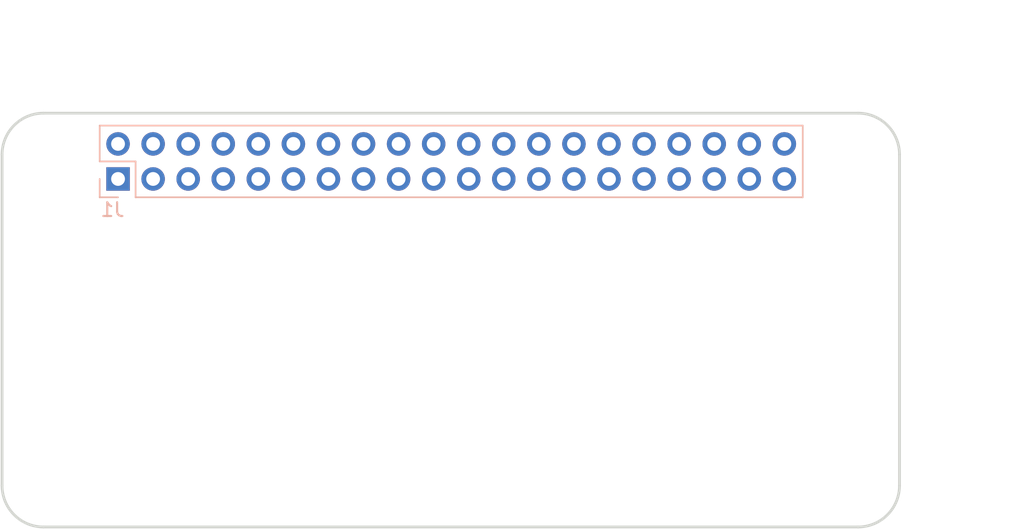
<source format=kicad_pcb>
(kicad_pcb (version 20171130) (host pcbnew "(5.0.0-rc2-227-g9b1f2447b)")

  (general
    (thickness 1.6)
    (drawings 10)
    (tracks 0)
    (zones 0)
    (modules 5)
    (nets 41)
  )

  (page A4)
  (layers
    (0 F.Cu signal)
    (31 B.Cu signal)
    (32 B.Adhes user)
    (33 F.Adhes user)
    (34 B.Paste user)
    (35 F.Paste user)
    (36 B.SilkS user)
    (37 F.SilkS user)
    (38 B.Mask user)
    (39 F.Mask user)
    (40 Dwgs.User user)
    (41 Cmts.User user)
    (42 Eco1.User user)
    (43 Eco2.User user)
    (44 Edge.Cuts user)
    (45 Margin user)
    (46 B.CrtYd user)
    (47 F.CrtYd user)
    (48 B.Fab user)
    (49 F.Fab user)
  )

  (setup
    (last_trace_width 0.25)
    (trace_clearance 0.2)
    (zone_clearance 0.508)
    (zone_45_only no)
    (trace_min 0.2)
    (segment_width 0.2)
    (edge_width 0.2)
    (via_size 0.8)
    (via_drill 0.4)
    (via_min_size 0.4)
    (via_min_drill 0.3)
    (uvia_size 0.3)
    (uvia_drill 0.1)
    (uvias_allowed no)
    (uvia_min_size 0.2)
    (uvia_min_drill 0.1)
    (pcb_text_width 0.3)
    (pcb_text_size 1.5 1.5)
    (mod_edge_width 0.15)
    (mod_text_size 1 1)
    (mod_text_width 0.15)
    (pad_size 1.524 1.524)
    (pad_drill 0.762)
    (pad_to_mask_clearance 0.2)
    (aux_axis_origin 100 100)
    (grid_origin 100 100)
    (visible_elements FFFFFF7F)
    (pcbplotparams
      (layerselection 0x010fc_ffffffff)
      (usegerberextensions false)
      (usegerberattributes false)
      (usegerberadvancedattributes false)
      (creategerberjobfile false)
      (excludeedgelayer true)
      (linewidth 0.100000)
      (plotframeref false)
      (viasonmask false)
      (mode 1)
      (useauxorigin false)
      (hpglpennumber 1)
      (hpglpenspeed 20)
      (hpglpendiameter 15.000000)
      (psnegative false)
      (psa4output false)
      (plotreference true)
      (plotvalue true)
      (plotinvisibletext false)
      (padsonsilk false)
      (subtractmaskfromsilk false)
      (outputformat 1)
      (mirror false)
      (drillshape 1)
      (scaleselection 1)
      (outputdirectory ""))
  )

  (net 0 "")
  (net 1 "Net-(J1-Pad1)")
  (net 2 "Net-(J1-Pad2)")
  (net 3 "Net-(J1-Pad3)")
  (net 4 "Net-(J1-Pad4)")
  (net 5 "Net-(J1-Pad5)")
  (net 6 "Net-(J1-Pad6)")
  (net 7 "Net-(J1-Pad7)")
  (net 8 "Net-(J1-Pad8)")
  (net 9 "Net-(J1-Pad9)")
  (net 10 "Net-(J1-Pad10)")
  (net 11 "Net-(J1-Pad11)")
  (net 12 "Net-(J1-Pad12)")
  (net 13 "Net-(J1-Pad13)")
  (net 14 "Net-(J1-Pad14)")
  (net 15 "Net-(J1-Pad15)")
  (net 16 "Net-(J1-Pad16)")
  (net 17 "Net-(J1-Pad17)")
  (net 18 "Net-(J1-Pad18)")
  (net 19 "Net-(J1-Pad19)")
  (net 20 "Net-(J1-Pad20)")
  (net 21 "Net-(J1-Pad21)")
  (net 22 "Net-(J1-Pad22)")
  (net 23 "Net-(J1-Pad23)")
  (net 24 "Net-(J1-Pad24)")
  (net 25 "Net-(J1-Pad25)")
  (net 26 "Net-(J1-Pad26)")
  (net 27 "Net-(J1-Pad27)")
  (net 28 "Net-(J1-Pad28)")
  (net 29 "Net-(J1-Pad29)")
  (net 30 "Net-(J1-Pad30)")
  (net 31 "Net-(J1-Pad31)")
  (net 32 "Net-(J1-Pad32)")
  (net 33 "Net-(J1-Pad33)")
  (net 34 "Net-(J1-Pad34)")
  (net 35 "Net-(J1-Pad35)")
  (net 36 "Net-(J1-Pad36)")
  (net 37 "Net-(J1-Pad37)")
  (net 38 "Net-(J1-Pad38)")
  (net 39 "Net-(J1-Pad39)")
  (net 40 "Net-(J1-Pad40)")

  (net_class Default "This is the default net class."
    (clearance 0.2)
    (trace_width 0.25)
    (via_dia 0.8)
    (via_drill 0.4)
    (uvia_dia 0.3)
    (uvia_drill 0.1)
    (add_net "Net-(J1-Pad1)")
    (add_net "Net-(J1-Pad10)")
    (add_net "Net-(J1-Pad11)")
    (add_net "Net-(J1-Pad12)")
    (add_net "Net-(J1-Pad13)")
    (add_net "Net-(J1-Pad14)")
    (add_net "Net-(J1-Pad15)")
    (add_net "Net-(J1-Pad16)")
    (add_net "Net-(J1-Pad17)")
    (add_net "Net-(J1-Pad18)")
    (add_net "Net-(J1-Pad19)")
    (add_net "Net-(J1-Pad2)")
    (add_net "Net-(J1-Pad20)")
    (add_net "Net-(J1-Pad21)")
    (add_net "Net-(J1-Pad22)")
    (add_net "Net-(J1-Pad23)")
    (add_net "Net-(J1-Pad24)")
    (add_net "Net-(J1-Pad25)")
    (add_net "Net-(J1-Pad26)")
    (add_net "Net-(J1-Pad27)")
    (add_net "Net-(J1-Pad28)")
    (add_net "Net-(J1-Pad29)")
    (add_net "Net-(J1-Pad3)")
    (add_net "Net-(J1-Pad30)")
    (add_net "Net-(J1-Pad31)")
    (add_net "Net-(J1-Pad32)")
    (add_net "Net-(J1-Pad33)")
    (add_net "Net-(J1-Pad34)")
    (add_net "Net-(J1-Pad35)")
    (add_net "Net-(J1-Pad36)")
    (add_net "Net-(J1-Pad37)")
    (add_net "Net-(J1-Pad38)")
    (add_net "Net-(J1-Pad39)")
    (add_net "Net-(J1-Pad4)")
    (add_net "Net-(J1-Pad40)")
    (add_net "Net-(J1-Pad5)")
    (add_net "Net-(J1-Pad6)")
    (add_net "Net-(J1-Pad7)")
    (add_net "Net-(J1-Pad8)")
    (add_net "Net-(J1-Pad9)")
  )

  (module Template:MountingHole_2.75mm_M2.5 locked (layer F.Cu) (tedit 5B37D712) (tstamp 5B431C4B)
    (at 103.5 96.5)
    (descr "Mounting Hole 2.75mm, no annular, M2.5")
    (tags "mounting hole 2.75mm no annular m2.5")
    (attr virtual)
    (fp_text reference REF** (at 0 -3.7) (layer F.SilkS) hide
      (effects (font (size 1 1) (thickness 0.15)))
    )
    (fp_text value MountingHole_2.7mm_M2.5 (at 0 3.7) (layer F.Fab) hide
      (effects (font (size 1 1) (thickness 0.15)))
    )
    (fp_text user %R (at 0 -3.7) (layer F.Fab) hide
      (effects (font (size 1 1) (thickness 0.15)))
    )
    (fp_circle (center 0 0) (end 2.7 0) (layer Cmts.User) (width 0.15))
    (fp_circle (center 0 0) (end 2.95 0) (layer F.CrtYd) (width 0.05))
    (pad "" np_thru_hole circle (at 0 0) (size 2.75 2.75) (drill 2.75) (layers *.Cu *.Mask)
      (clearance 1.75))
  )

  (module Template:MountingHole_2.75mm_M2.5 locked (layer F.Cu) (tedit 5B37D712) (tstamp 5B431B56)
    (at 103.5 73.5)
    (descr "Mounting Hole 2.75mm, no annular, M2.5")
    (tags "mounting hole 2.75mm no annular m2.5")
    (attr virtual)
    (fp_text reference REF** (at 0 -3.7) (layer F.SilkS) hide
      (effects (font (size 1 1) (thickness 0.15)))
    )
    (fp_text value MountingHole_2.7mm_M2.5 (at 0 3.7) (layer F.Fab) hide
      (effects (font (size 1 1) (thickness 0.15)))
    )
    (fp_text user %R (at 0 -3.7) (layer F.Fab) hide
      (effects (font (size 1 1) (thickness 0.15)))
    )
    (fp_circle (center 0 0) (end 2.7 0) (layer Cmts.User) (width 0.15))
    (fp_circle (center 0 0) (end 2.95 0) (layer F.CrtYd) (width 0.05))
    (pad "" np_thru_hole circle (at 0 0) (size 2.75 2.75) (drill 2.75) (layers *.Cu *.Mask)
      (clearance 1.75))
  )

  (module Template:MountingHole_2.75mm_M2.5 locked (layer F.Cu) (tedit 5B37D712) (tstamp 5B431C79)
    (at 161.5 73.5)
    (descr "Mounting Hole 2.75mm, no annular, M2.5")
    (tags "mounting hole 2.75mm no annular m2.5")
    (attr virtual)
    (fp_text reference REF** (at 0 -3.7) (layer F.SilkS) hide
      (effects (font (size 1 1) (thickness 0.15)))
    )
    (fp_text value MountingHole_2.7mm_M2.5 (at 0 3.7) (layer F.Fab) hide
      (effects (font (size 1 1) (thickness 0.15)))
    )
    (fp_text user %R (at 0 -3.7) (layer F.Fab) hide
      (effects (font (size 1 1) (thickness 0.15)))
    )
    (fp_circle (center 0 0) (end 2.7 0) (layer Cmts.User) (width 0.15))
    (fp_circle (center 0 0) (end 2.95 0) (layer F.CrtYd) (width 0.05))
    (pad "" np_thru_hole circle (at 0 0) (size 2.75 2.75) (drill 2.75) (layers *.Cu *.Mask)
      (clearance 1.75))
  )

  (module Template:MountingHole_2.75mm_M2.5 locked (layer F.Cu) (tedit 5B37D712) (tstamp 5B431C62)
    (at 161.5 96.5)
    (descr "Mounting Hole 2.75mm, no annular, M2.5")
    (tags "mounting hole 2.75mm no annular m2.5")
    (attr virtual)
    (fp_text reference REF** (at 0 -3.7) (layer F.SilkS) hide
      (effects (font (size 1 1) (thickness 0.15)))
    )
    (fp_text value MountingHole_2.7mm_M2.5 (at 0 3.7) (layer F.Fab) hide
      (effects (font (size 1 1) (thickness 0.15)))
    )
    (fp_text user %R (at 0 -3.7) (layer F.Fab) hide
      (effects (font (size 1 1) (thickness 0.15)))
    )
    (fp_circle (center 0 0) (end 2.7 0) (layer Cmts.User) (width 0.15))
    (fp_circle (center 0 0) (end 2.95 0) (layer F.CrtYd) (width 0.05))
    (pad "" np_thru_hole circle (at 0 0) (size 2.75 2.75) (drill 2.75) (layers *.Cu *.Mask)
      (clearance 1.75))
  )

  (module Connector_PinSocket_2.54mm:PinSocket_2x20_P2.54mm_Vertical locked (layer B.Cu) (tedit 5A19A433) (tstamp 5B4329D3)
    (at 108.4 74.77 270)
    (descr "Through hole straight socket strip, 2x20, 2.54mm pitch, double cols (from Kicad 4.0.7), script generated")
    (tags "Through hole socket strip THT 2x20 2.54mm double row")
    (path /5B37C9A8)
    (fp_text reference J1 (at 2.23 0.4 180) (layer B.SilkS)
      (effects (font (size 1 1) (thickness 0.15)) (justify mirror))
    )
    (fp_text value Raspberry_Pi_2_3 (at -1.27 -24.1) (layer B.Fab)
      (effects (font (size 1 1) (thickness 0.15)) (justify mirror))
    )
    (fp_line (start -3.81 1.27) (end 0.27 1.27) (layer B.Fab) (width 0.1))
    (fp_line (start 0.27 1.27) (end 1.27 0.27) (layer B.Fab) (width 0.1))
    (fp_line (start 1.27 0.27) (end 1.27 -49.53) (layer B.Fab) (width 0.1))
    (fp_line (start 1.27 -49.53) (end -3.81 -49.53) (layer B.Fab) (width 0.1))
    (fp_line (start -3.81 -49.53) (end -3.81 1.27) (layer B.Fab) (width 0.1))
    (fp_line (start -3.87 1.33) (end -1.27 1.33) (layer B.SilkS) (width 0.12))
    (fp_line (start -3.87 1.33) (end -3.87 -49.59) (layer B.SilkS) (width 0.12))
    (fp_line (start -3.87 -49.59) (end 1.33 -49.59) (layer B.SilkS) (width 0.12))
    (fp_line (start 1.33 -1.27) (end 1.33 -49.59) (layer B.SilkS) (width 0.12))
    (fp_line (start -1.27 -1.27) (end 1.33 -1.27) (layer B.SilkS) (width 0.12))
    (fp_line (start -1.27 1.33) (end -1.27 -1.27) (layer B.SilkS) (width 0.12))
    (fp_line (start 1.33 1.33) (end 1.33 0) (layer B.SilkS) (width 0.12))
    (fp_line (start 0 1.33) (end 1.33 1.33) (layer B.SilkS) (width 0.12))
    (fp_line (start -4.34 1.8) (end 1.76 1.8) (layer B.CrtYd) (width 0.05))
    (fp_line (start 1.76 1.8) (end 1.76 -50) (layer B.CrtYd) (width 0.05))
    (fp_line (start 1.76 -50) (end -4.34 -50) (layer B.CrtYd) (width 0.05))
    (fp_line (start -4.34 -50) (end -4.34 1.8) (layer B.CrtYd) (width 0.05))
    (fp_text user %R (at 2.23 0.4 180) (layer B.Fab)
      (effects (font (size 1 1) (thickness 0.15)) (justify mirror))
    )
    (pad 1 thru_hole rect (at 0 0 270) (size 1.7 1.7) (drill 1) (layers *.Cu *.Mask)
      (net 1 "Net-(J1-Pad1)"))
    (pad 2 thru_hole oval (at -2.54 0 270) (size 1.7 1.7) (drill 1) (layers *.Cu *.Mask)
      (net 2 "Net-(J1-Pad2)"))
    (pad 3 thru_hole oval (at 0 -2.54 270) (size 1.7 1.7) (drill 1) (layers *.Cu *.Mask)
      (net 3 "Net-(J1-Pad3)"))
    (pad 4 thru_hole oval (at -2.54 -2.54 270) (size 1.7 1.7) (drill 1) (layers *.Cu *.Mask)
      (net 4 "Net-(J1-Pad4)"))
    (pad 5 thru_hole oval (at 0 -5.08 270) (size 1.7 1.7) (drill 1) (layers *.Cu *.Mask)
      (net 5 "Net-(J1-Pad5)"))
    (pad 6 thru_hole oval (at -2.54 -5.08 270) (size 1.7 1.7) (drill 1) (layers *.Cu *.Mask)
      (net 6 "Net-(J1-Pad6)"))
    (pad 7 thru_hole oval (at 0 -7.62 270) (size 1.7 1.7) (drill 1) (layers *.Cu *.Mask)
      (net 7 "Net-(J1-Pad7)"))
    (pad 8 thru_hole oval (at -2.54 -7.62 270) (size 1.7 1.7) (drill 1) (layers *.Cu *.Mask)
      (net 8 "Net-(J1-Pad8)"))
    (pad 9 thru_hole oval (at 0 -10.16 270) (size 1.7 1.7) (drill 1) (layers *.Cu *.Mask)
      (net 9 "Net-(J1-Pad9)"))
    (pad 10 thru_hole oval (at -2.54 -10.16 270) (size 1.7 1.7) (drill 1) (layers *.Cu *.Mask)
      (net 10 "Net-(J1-Pad10)"))
    (pad 11 thru_hole oval (at 0 -12.7 270) (size 1.7 1.7) (drill 1) (layers *.Cu *.Mask)
      (net 11 "Net-(J1-Pad11)"))
    (pad 12 thru_hole oval (at -2.54 -12.7 270) (size 1.7 1.7) (drill 1) (layers *.Cu *.Mask)
      (net 12 "Net-(J1-Pad12)"))
    (pad 13 thru_hole oval (at 0 -15.24 270) (size 1.7 1.7) (drill 1) (layers *.Cu *.Mask)
      (net 13 "Net-(J1-Pad13)"))
    (pad 14 thru_hole oval (at -2.54 -15.24 270) (size 1.7 1.7) (drill 1) (layers *.Cu *.Mask)
      (net 14 "Net-(J1-Pad14)"))
    (pad 15 thru_hole oval (at 0 -17.78 270) (size 1.7 1.7) (drill 1) (layers *.Cu *.Mask)
      (net 15 "Net-(J1-Pad15)"))
    (pad 16 thru_hole oval (at -2.54 -17.78 270) (size 1.7 1.7) (drill 1) (layers *.Cu *.Mask)
      (net 16 "Net-(J1-Pad16)"))
    (pad 17 thru_hole oval (at 0 -20.32 270) (size 1.7 1.7) (drill 1) (layers *.Cu *.Mask)
      (net 17 "Net-(J1-Pad17)"))
    (pad 18 thru_hole oval (at -2.54 -20.32 270) (size 1.7 1.7) (drill 1) (layers *.Cu *.Mask)
      (net 18 "Net-(J1-Pad18)"))
    (pad 19 thru_hole oval (at 0 -22.86 270) (size 1.7 1.7) (drill 1) (layers *.Cu *.Mask)
      (net 19 "Net-(J1-Pad19)"))
    (pad 20 thru_hole oval (at -2.54 -22.86 270) (size 1.7 1.7) (drill 1) (layers *.Cu *.Mask)
      (net 20 "Net-(J1-Pad20)"))
    (pad 21 thru_hole oval (at 0 -25.4 270) (size 1.7 1.7) (drill 1) (layers *.Cu *.Mask)
      (net 21 "Net-(J1-Pad21)"))
    (pad 22 thru_hole oval (at -2.54 -25.4 270) (size 1.7 1.7) (drill 1) (layers *.Cu *.Mask)
      (net 22 "Net-(J1-Pad22)"))
    (pad 23 thru_hole oval (at 0 -27.94 270) (size 1.7 1.7) (drill 1) (layers *.Cu *.Mask)
      (net 23 "Net-(J1-Pad23)"))
    (pad 24 thru_hole oval (at -2.54 -27.94 270) (size 1.7 1.7) (drill 1) (layers *.Cu *.Mask)
      (net 24 "Net-(J1-Pad24)"))
    (pad 25 thru_hole oval (at 0 -30.48 270) (size 1.7 1.7) (drill 1) (layers *.Cu *.Mask)
      (net 25 "Net-(J1-Pad25)"))
    (pad 26 thru_hole oval (at -2.54 -30.48 270) (size 1.7 1.7) (drill 1) (layers *.Cu *.Mask)
      (net 26 "Net-(J1-Pad26)"))
    (pad 27 thru_hole oval (at 0 -33.02 270) (size 1.7 1.7) (drill 1) (layers *.Cu *.Mask)
      (net 27 "Net-(J1-Pad27)"))
    (pad 28 thru_hole oval (at -2.54 -33.02 270) (size 1.7 1.7) (drill 1) (layers *.Cu *.Mask)
      (net 28 "Net-(J1-Pad28)"))
    (pad 29 thru_hole oval (at 0 -35.56 270) (size 1.7 1.7) (drill 1) (layers *.Cu *.Mask)
      (net 29 "Net-(J1-Pad29)"))
    (pad 30 thru_hole oval (at -2.54 -35.56 270) (size 1.7 1.7) (drill 1) (layers *.Cu *.Mask)
      (net 30 "Net-(J1-Pad30)"))
    (pad 31 thru_hole oval (at 0 -38.1 270) (size 1.7 1.7) (drill 1) (layers *.Cu *.Mask)
      (net 31 "Net-(J1-Pad31)"))
    (pad 32 thru_hole oval (at -2.54 -38.1 270) (size 1.7 1.7) (drill 1) (layers *.Cu *.Mask)
      (net 32 "Net-(J1-Pad32)"))
    (pad 33 thru_hole oval (at 0 -40.64 270) (size 1.7 1.7) (drill 1) (layers *.Cu *.Mask)
      (net 33 "Net-(J1-Pad33)"))
    (pad 34 thru_hole oval (at -2.54 -40.64 270) (size 1.7 1.7) (drill 1) (layers *.Cu *.Mask)
      (net 34 "Net-(J1-Pad34)"))
    (pad 35 thru_hole oval (at 0 -43.18 270) (size 1.7 1.7) (drill 1) (layers *.Cu *.Mask)
      (net 35 "Net-(J1-Pad35)"))
    (pad 36 thru_hole oval (at -2.54 -43.18 270) (size 1.7 1.7) (drill 1) (layers *.Cu *.Mask)
      (net 36 "Net-(J1-Pad36)"))
    (pad 37 thru_hole oval (at 0 -45.72 270) (size 1.7 1.7) (drill 1) (layers *.Cu *.Mask)
      (net 37 "Net-(J1-Pad37)"))
    (pad 38 thru_hole oval (at -2.54 -45.72 270) (size 1.7 1.7) (drill 1) (layers *.Cu *.Mask)
      (net 38 "Net-(J1-Pad38)"))
    (pad 39 thru_hole oval (at 0 -48.26 270) (size 1.7 1.7) (drill 1) (layers *.Cu *.Mask)
      (net 39 "Net-(J1-Pad39)"))
    (pad 40 thru_hole oval (at -2.54 -48.26 270) (size 1.7 1.7) (drill 1) (layers *.Cu *.Mask)
      (net 40 "Net-(J1-Pad40)"))
    (model ${KISYS3DMOD}/Connector_PinSocket_2.54mm.3dshapes/PinSocket_2x20_P2.54mm_Vertical.wrl
      (at (xyz 0 0 0))
      (scale (xyz 1 1 1))
      (rotate (xyz 0 0 0))
    )
  )

  (dimension 30 (width 0.3) (layer Dwgs.User)
    (gr_text "30,000 mm" (at 172.1 85 270) (layer Dwgs.User)
      (effects (font (size 1.5 1.5) (thickness 0.3)))
    )
    (feature1 (pts (xy 162 100) (xy 170.586421 100)))
    (feature2 (pts (xy 162 70) (xy 170.586421 70)))
    (crossbar (pts (xy 170 70) (xy 170 100)))
    (arrow1a (pts (xy 170 100) (xy 169.413579 98.873496)))
    (arrow1b (pts (xy 170 100) (xy 170.586421 98.873496)))
    (arrow2a (pts (xy 170 70) (xy 169.413579 71.126504)))
    (arrow2b (pts (xy 170 70) (xy 170.586421 71.126504)))
  )
  (dimension 65 (width 0.3) (layer Dwgs.User)
    (gr_text "65,000 mm" (at 132.5 62.9) (layer Dwgs.User)
      (effects (font (size 1.5 1.5) (thickness 0.3)))
    )
    (feature1 (pts (xy 165 73) (xy 165 64.413579)))
    (feature2 (pts (xy 100 73) (xy 100 64.413579)))
    (crossbar (pts (xy 100 65) (xy 165 65)))
    (arrow1a (pts (xy 165 65) (xy 163.873496 65.586421)))
    (arrow1b (pts (xy 165 65) (xy 163.873496 64.413579)))
    (arrow2a (pts (xy 100 65) (xy 101.126504 65.586421)))
    (arrow2b (pts (xy 100 65) (xy 101.126504 64.413579)))
  )
  (gr_arc (start 103 73) (end 103 70) (angle -90) (layer Edge.Cuts) (width 0.2))
  (gr_arc (start 162 73) (end 165 73) (angle -90) (layer Edge.Cuts) (width 0.2))
  (gr_arc (start 162 97) (end 162 100) (angle -90) (layer Edge.Cuts) (width 0.2))
  (gr_line (start 162 100) (end 103 100) (layer Edge.Cuts) (width 0.2))
  (gr_line (start 165 73) (end 165 97) (layer Edge.Cuts) (width 0.2))
  (gr_line (start 103 70) (end 162 70) (layer Edge.Cuts) (width 0.2))
  (gr_line (start 100 97) (end 100 73) (layer Edge.Cuts) (width 0.2))
  (gr_arc (start 103 97) (end 100 97) (angle -90) (layer Edge.Cuts) (width 0.2))

)

</source>
